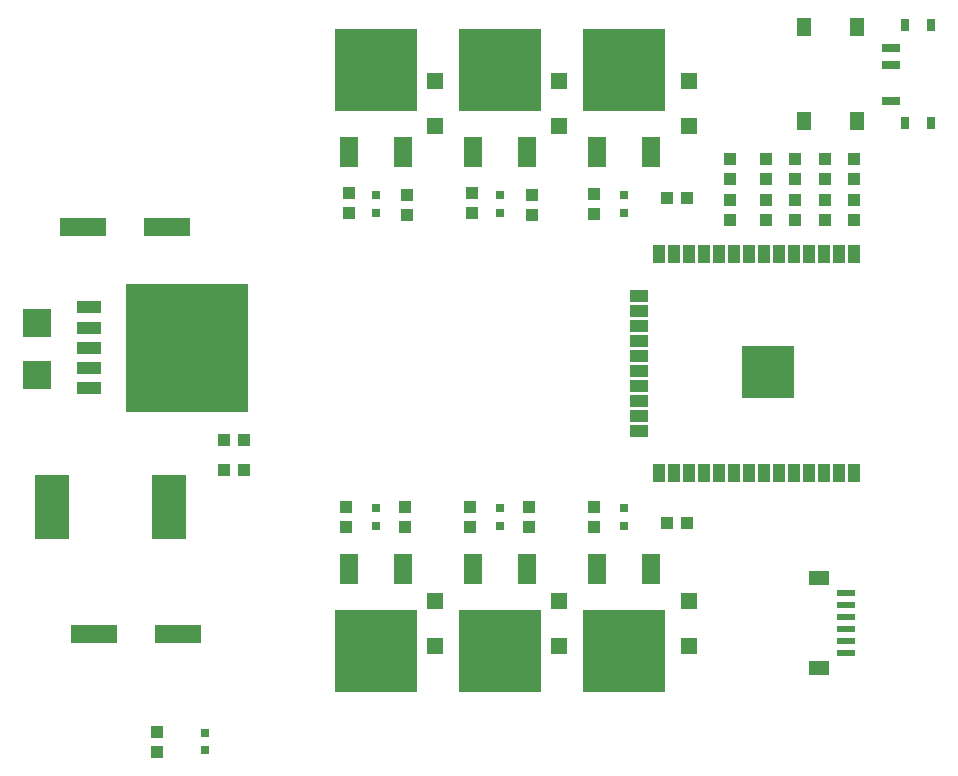
<source format=gbr>
G04 EAGLE Gerber RS-274X export*
G75*
%MOMM*%
%FSLAX34Y34*%
%LPD*%
%INSolderpaste Top*%
%IPPOS*%
%AMOC8*
5,1,8,0,0,1.08239X$1,22.5*%
G01*
%ADD10R,10.410000X10.800000*%
%ADD11R,2.159000X1.066800*%
%ADD12R,4.000000X1.600000*%
%ADD13R,2.400000X2.400000*%
%ADD14R,2.900000X5.400000*%
%ADD15R,1.000000X1.100000*%
%ADD16R,1.000000X1.500000*%
%ADD17R,1.500000X1.000000*%
%ADD18R,4.500000X4.500000*%
%ADD19R,1.500000X2.500000*%
%ADD20R,7.000000X7.000000*%
%ADD21R,1.550000X0.600000*%
%ADD22R,1.800000X1.200000*%
%ADD23R,1.100000X1.000000*%
%ADD24R,0.800000X0.800000*%
%ADD25R,1.300000X1.550000*%
%ADD26R,0.800000X1.000000*%
%ADD27R,1.500000X0.700000*%
%ADD28R,1.400000X1.400000*%


D10*
X155100Y413500D03*
D11*
X71788Y447536D03*
X71788Y430518D03*
X71788Y413500D03*
X71788Y396482D03*
X71788Y379464D03*
D12*
X67450Y515850D03*
X138450Y515850D03*
X76500Y170900D03*
X147500Y170900D03*
D13*
X28100Y390200D03*
X28100Y434200D03*
D14*
X40750Y278850D03*
X139750Y278850D03*
D15*
X186500Y335000D03*
X203500Y335000D03*
X203500Y310000D03*
X186500Y310000D03*
D16*
X681900Y492500D03*
X669200Y492500D03*
X656500Y492500D03*
X643800Y492500D03*
X631100Y492500D03*
X618400Y492500D03*
X605700Y492500D03*
X593000Y492500D03*
D17*
X537500Y342700D03*
D16*
X554900Y307500D03*
X567600Y307500D03*
X580300Y307500D03*
X593000Y307500D03*
X605700Y307500D03*
X618400Y307500D03*
X631100Y307500D03*
D17*
X537500Y431600D03*
D16*
X580300Y492500D03*
X567600Y492500D03*
X554900Y492500D03*
D17*
X537500Y457000D03*
X537500Y444300D03*
D16*
X694600Y492500D03*
X707300Y492500D03*
X720000Y492500D03*
D17*
X537500Y418900D03*
X537500Y406200D03*
X537500Y393500D03*
X537500Y355400D03*
X537500Y368100D03*
X537500Y380800D03*
D16*
X643800Y307500D03*
X656500Y307500D03*
X669200Y307500D03*
X681900Y307500D03*
X694600Y307500D03*
X707300Y307500D03*
X720000Y307500D03*
D18*
X646700Y393200D03*
D19*
X292000Y579250D03*
X338000Y579250D03*
D20*
X315000Y648250D03*
D21*
X712700Y205400D03*
X712700Y195400D03*
X712700Y185400D03*
X712700Y175400D03*
X712700Y165400D03*
X712700Y155400D03*
D22*
X690450Y218400D03*
X690450Y142400D03*
D23*
X292000Y544280D03*
X292000Y527280D03*
X341000Y525720D03*
X341000Y542720D03*
D19*
X397000Y579250D03*
X443000Y579250D03*
D20*
X420000Y648250D03*
D23*
X396000Y544280D03*
X396000Y527280D03*
X447000Y525720D03*
X447000Y542720D03*
D19*
X502000Y579250D03*
X548000Y579250D03*
D20*
X525000Y648250D03*
D23*
X500000Y543500D03*
X500000Y526500D03*
D15*
X578500Y540000D03*
X561500Y540000D03*
D19*
X338000Y225750D03*
X292000Y225750D03*
D20*
X315000Y156750D03*
D23*
X340000Y261500D03*
X340000Y278500D03*
X290000Y278500D03*
X290000Y261500D03*
D19*
X443000Y225750D03*
X397000Y225750D03*
D20*
X420000Y156750D03*
D23*
X445000Y261500D03*
X445000Y278500D03*
X395000Y278500D03*
X395000Y261500D03*
D19*
X548000Y225750D03*
X502000Y225750D03*
D20*
X525000Y156750D03*
D15*
X561500Y265000D03*
X578500Y265000D03*
D23*
X500000Y278500D03*
X500000Y261500D03*
D15*
X695000Y521500D03*
X695000Y538500D03*
X720000Y521500D03*
X720000Y538500D03*
D23*
X130000Y71500D03*
X130000Y88500D03*
D24*
X170000Y72500D03*
X170000Y87500D03*
D23*
X695000Y573500D03*
X695000Y556500D03*
D25*
X677500Y684750D03*
X677500Y605250D03*
X722500Y684750D03*
X722500Y605250D03*
D23*
X720000Y556500D03*
X720000Y573500D03*
D26*
X763000Y603500D03*
X785000Y603500D03*
X785000Y686500D03*
X763000Y686500D03*
D27*
X751500Y622500D03*
X751500Y652500D03*
X751500Y667500D03*
D24*
X525000Y542500D03*
X525000Y527500D03*
X315000Y542500D03*
X315000Y527500D03*
X420000Y542500D03*
X420000Y527500D03*
X315000Y262500D03*
X315000Y277500D03*
X420000Y262500D03*
X420000Y277500D03*
X525000Y262500D03*
X525000Y277500D03*
D28*
X365000Y639000D03*
X365000Y601000D03*
X470000Y639000D03*
X470000Y601000D03*
X580000Y639000D03*
X580000Y601000D03*
X365000Y161000D03*
X365000Y199000D03*
X470000Y161000D03*
X470000Y199000D03*
X580000Y161000D03*
X580000Y199000D03*
D23*
X615000Y573500D03*
X615000Y556500D03*
X615000Y538500D03*
X615000Y521500D03*
X645000Y573500D03*
X645000Y556500D03*
X645000Y538500D03*
X645000Y521500D03*
X670000Y573500D03*
X670000Y556500D03*
X670000Y538500D03*
X670000Y521500D03*
M02*

</source>
